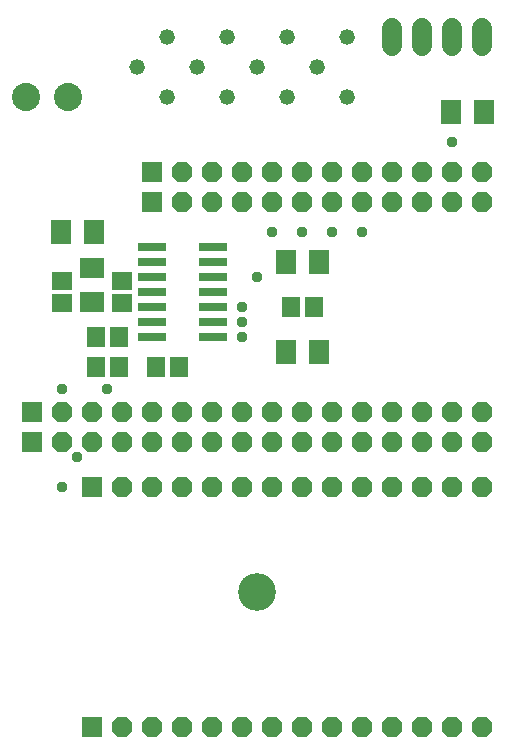
<source format=gbr>
G04 EAGLE Gerber RS-274X export*
G75*
%MOMM*%
%FSLAX34Y34*%
%LPD*%
%INSoldermask Top*%
%IPPOS*%
%AMOC8*
5,1,8,0,0,1.08239X$1,22.5*%
G01*
G04 Define Apertures*
%ADD10C,3.203194*%
%ADD11R,1.727200X1.727200*%
%ADD12P,1.8695X8X22.5*%
%ADD13R,1.703200X1.503200*%
%ADD14R,1.503200X1.703200*%
%ADD15C,2.387600*%
%ADD16C,1.727200*%
%ADD17R,2.403200X0.803200*%
%ADD18R,2.006200X1.803200*%
%ADD19R,1.803200X2.006200*%
%ADD20C,1.320800*%
%ADD21C,0.959600*%
D10*
X228600Y139700D03*
D11*
X88900Y25400D03*
D12*
X114300Y25400D03*
X139700Y25400D03*
X165100Y25400D03*
X190500Y25400D03*
X215900Y25400D03*
X241300Y25400D03*
X266700Y25400D03*
X292100Y25400D03*
X317500Y25400D03*
X342900Y25400D03*
X368300Y25400D03*
X393700Y25400D03*
X419100Y25400D03*
D11*
X88900Y228600D03*
D12*
X114300Y228600D03*
X139700Y228600D03*
X165100Y228600D03*
X190500Y228600D03*
X215900Y228600D03*
X241300Y228600D03*
X266700Y228600D03*
X292100Y228600D03*
X317500Y228600D03*
X342900Y228600D03*
X368300Y228600D03*
X393700Y228600D03*
X419100Y228600D03*
D13*
X114300Y384200D03*
X114300Y403200D03*
D14*
X161900Y330200D03*
X142900Y330200D03*
X92100Y330200D03*
X111100Y330200D03*
D13*
X63500Y403200D03*
X63500Y384200D03*
D14*
X276200Y381000D03*
X257200Y381000D03*
D11*
X38100Y266700D03*
D12*
X63500Y266700D03*
X88900Y266700D03*
X114300Y266700D03*
X139700Y266700D03*
X165100Y266700D03*
X190500Y266700D03*
X215900Y266700D03*
X241300Y266700D03*
X266700Y266700D03*
X292100Y266700D03*
X317500Y266700D03*
X342900Y266700D03*
X368300Y266700D03*
X393700Y266700D03*
X419100Y266700D03*
D11*
X139700Y469900D03*
D12*
X165100Y469900D03*
X190500Y469900D03*
X215900Y469900D03*
X241300Y469900D03*
X266700Y469900D03*
X292100Y469900D03*
X317500Y469900D03*
X342900Y469900D03*
X368300Y469900D03*
X393700Y469900D03*
X419100Y469900D03*
D11*
X38100Y292100D03*
D12*
X63500Y292100D03*
X88900Y292100D03*
X114300Y292100D03*
X139700Y292100D03*
X165100Y292100D03*
X190500Y292100D03*
X215900Y292100D03*
X241300Y292100D03*
X266700Y292100D03*
X292100Y292100D03*
X317500Y292100D03*
X342900Y292100D03*
X368300Y292100D03*
X393700Y292100D03*
X419100Y292100D03*
D11*
X139700Y495300D03*
D12*
X165100Y495300D03*
X190500Y495300D03*
X215900Y495300D03*
X241300Y495300D03*
X266700Y495300D03*
X292100Y495300D03*
X317500Y495300D03*
X342900Y495300D03*
X368300Y495300D03*
X393700Y495300D03*
X419100Y495300D03*
D15*
X32800Y558800D03*
X67800Y558800D03*
D16*
X342900Y601980D02*
X342900Y617220D01*
X368300Y617220D02*
X368300Y601980D01*
X393700Y601980D02*
X393700Y617220D01*
X419100Y617220D02*
X419100Y601980D01*
D17*
X139100Y419100D03*
X139100Y355600D03*
X139100Y431800D03*
X139100Y406400D03*
X139100Y393700D03*
X191100Y355600D03*
X139100Y368300D03*
X139100Y381000D03*
X191100Y368300D03*
X191100Y381000D03*
X191100Y393700D03*
X191100Y406400D03*
X191100Y419100D03*
X191100Y431800D03*
D18*
X88900Y413764D03*
X88900Y385324D03*
D19*
X61980Y444500D03*
X90420Y444500D03*
X280920Y419100D03*
X252480Y419100D03*
X252480Y342900D03*
X280920Y342900D03*
D20*
X254000Y558800D03*
X228600Y584200D03*
X254000Y609600D03*
X152400Y558800D03*
X127000Y584200D03*
X152400Y609600D03*
X304800Y558800D03*
X279400Y584200D03*
X304800Y609600D03*
X203200Y558800D03*
X177800Y584200D03*
X203200Y609600D03*
D19*
X392180Y546100D03*
X420620Y546100D03*
D14*
X92100Y355600D03*
X111100Y355600D03*
D21*
X317500Y444500D03*
X292100Y444500D03*
X266700Y444500D03*
X241300Y444500D03*
X76200Y254000D03*
X63500Y228600D03*
X101600Y311150D03*
X63500Y311150D03*
X215900Y368300D03*
X228600Y406400D03*
X393700Y520700D03*
X215900Y355600D03*
X215900Y381000D03*
M02*

</source>
